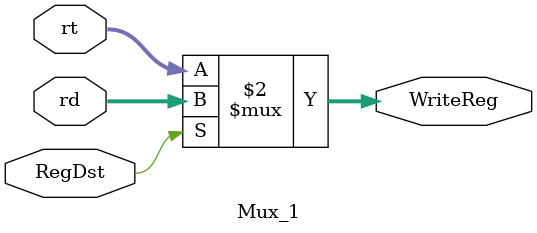
<source format=v>
`timescale 1ns / 1ps

//Ä¿µÄ¼Ä´æÆ÷µÄÑ¡Ôñ
module Mux_1(
    input [4:0] rd,
    input [4:0] rt,
    input RegDst,
    //Ä¿µÄ¼Ä´æÆ÷
    output [4:0] WriteReg
    );
    assign WriteReg = (RegDst == 1'b0)? rt:rd;
endmodule

</source>
